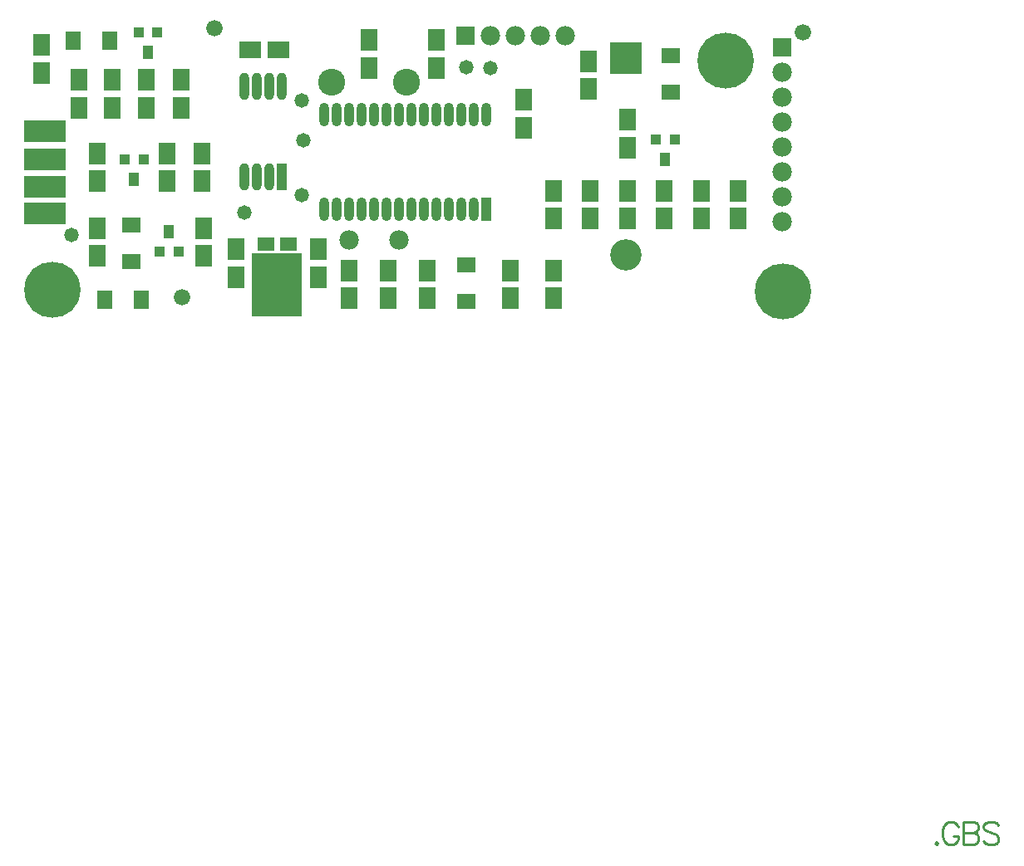
<source format=gbs>
%FSLAX23Y23*%
%MOIN*%
G70*
G01*
G75*
%ADD10C,0.010*%
%ADD11C,0.050*%
%ADD12R,0.157X0.079*%
%ADD13R,0.100X0.080*%
%ADD14C,0.012*%
%ADD15C,0.015*%
%ADD16C,0.008*%
%ADD17C,0.006*%
%ADD18C,0.009*%
%ADD19C,0.070*%
%ADD20R,0.070X0.070*%
%ADD21C,0.217*%
%ADD22C,0.217*%
%ADD23C,0.058*%
%ADD24C,0.100*%
%ADD25C,0.118*%
%ADD26R,0.118X0.118*%
%ADD27C,0.040*%
%ADD28R,0.083X0.060*%
%ADD29R,0.060X0.083*%
%ADD30R,0.157X0.079*%
%ADD31R,0.036X0.036*%
%ADD32R,0.036X0.050*%
%ADD33R,0.064X0.054*%
%ADD34R,0.060X0.083*%
%ADD35R,0.031X0.102*%
%ADD36O,0.031X0.102*%
%ADD37R,0.054X0.064*%
%ADD38O,0.031X0.087*%
%ADD39R,0.031X0.087*%
%ADD40R,0.197X0.244*%
%ADD41R,0.060X0.050*%
%ADD42C,0.016*%
%ADD43C,0.079*%
%ADD44C,0.010*%
%ADD45C,0.016*%
%ADD46C,0.039*%
%ADD47C,0.008*%
%ADD48R,0.591X0.354*%
%ADD49C,0.008*%
%ADD50C,0.003*%
%ADD51C,0.005*%
%ADD52R,0.165X0.087*%
%ADD53R,0.108X0.088*%
%ADD54C,0.078*%
%ADD55R,0.078X0.078*%
%ADD56C,0.225*%
%ADD57C,0.225*%
%ADD58C,0.066*%
%ADD59C,0.108*%
%ADD60C,0.126*%
%ADD61R,0.126X0.126*%
%ADD62R,0.091X0.068*%
%ADD63R,0.068X0.091*%
%ADD64R,0.165X0.087*%
%ADD65R,0.044X0.044*%
%ADD66R,0.044X0.058*%
%ADD67R,0.072X0.062*%
%ADD68R,0.068X0.091*%
%ADD69R,0.039X0.110*%
%ADD70O,0.039X0.110*%
%ADD71R,0.062X0.072*%
%ADD72O,0.039X0.095*%
%ADD73R,0.039X0.095*%
%ADD74R,0.205X0.252*%
%ADD75R,0.068X0.058*%
D18*
X11443Y5515D02*
X11438Y5511D01*
X11443Y5507D01*
X11447Y5511D01*
X11443Y5515D01*
X11531Y5575D02*
X11527Y5584D01*
X11518Y5593D01*
X11510Y5597D01*
X11492D01*
X11484Y5593D01*
X11475Y5584D01*
X11471Y5575D01*
X11467Y5563D01*
Y5541D01*
X11471Y5528D01*
X11475Y5520D01*
X11484Y5511D01*
X11492Y5507D01*
X11510D01*
X11518Y5511D01*
X11527Y5520D01*
X11531Y5528D01*
Y5541D01*
X11510D02*
X11531D01*
X11552Y5597D02*
Y5507D01*
Y5597D02*
X11590D01*
X11603Y5593D01*
X11607Y5588D01*
X11612Y5580D01*
Y5571D01*
X11607Y5563D01*
X11603Y5558D01*
X11590Y5554D01*
X11552D02*
X11590D01*
X11603Y5550D01*
X11607Y5545D01*
X11612Y5537D01*
Y5524D01*
X11607Y5515D01*
X11603Y5511D01*
X11590Y5507D01*
X11552D01*
X11692Y5584D02*
X11683Y5593D01*
X11670Y5597D01*
X11653D01*
X11640Y5593D01*
X11632Y5584D01*
Y5575D01*
X11636Y5567D01*
X11640Y5563D01*
X11649Y5558D01*
X11675Y5550D01*
X11683Y5545D01*
X11687Y5541D01*
X11692Y5533D01*
Y5520D01*
X11683Y5511D01*
X11670Y5507D01*
X11653D01*
X11640Y5511D01*
X11632Y5520D01*
D23*
X8898Y8112D02*
D03*
X7973Y7952D02*
D03*
X9558Y8627D02*
D03*
X9653Y8622D02*
D03*
X8668Y8042D02*
D03*
X8898Y8492D02*
D03*
X8903Y8332D02*
D03*
D54*
X9953Y8752D02*
D03*
X9853D02*
D03*
X9753D02*
D03*
X9653D02*
D03*
X10823Y8607D02*
D03*
Y8507D02*
D03*
Y8407D02*
D03*
Y8307D02*
D03*
Y8207D02*
D03*
Y8007D02*
D03*
Y8107D02*
D03*
X9288Y7932D02*
D03*
X9088D02*
D03*
D55*
X9553Y8752D02*
D03*
X10823Y8707D02*
D03*
D56*
X7898Y7732D02*
D03*
D57*
X10598Y8652D02*
D03*
X10828Y7727D02*
D03*
D58*
X8418Y7702D02*
D03*
X10908Y8767D02*
D03*
X8548Y8782D02*
D03*
D59*
X9318Y8567D02*
D03*
X9018D02*
D03*
D60*
X10198Y7874D02*
D03*
D61*
Y8662D02*
D03*
D62*
X8690Y8697D02*
D03*
X8803D02*
D03*
D63*
X10648Y8130D02*
D03*
X9400Y7810D02*
D03*
Y7698D02*
D03*
X10352Y8130D02*
D03*
Y8018D02*
D03*
X10648D02*
D03*
X9733Y7810D02*
D03*
Y7698D02*
D03*
X10203Y8304D02*
D03*
Y8416D02*
D03*
X10500Y8019D02*
D03*
Y8131D02*
D03*
X10048Y8538D02*
D03*
X9168Y8623D02*
D03*
X10056Y8131D02*
D03*
X7853Y8716D02*
D03*
Y8604D02*
D03*
X9168Y8735D02*
D03*
X9244Y7698D02*
D03*
Y7810D02*
D03*
X10048Y8650D02*
D03*
X9088Y7811D02*
D03*
Y7699D02*
D03*
X8633Y7783D02*
D03*
Y7895D02*
D03*
X8963Y7783D02*
D03*
Y7895D02*
D03*
X8138Y8464D02*
D03*
Y8576D02*
D03*
X9908Y8019D02*
D03*
Y8131D02*
D03*
X9438Y8624D02*
D03*
Y8736D02*
D03*
X8003Y8575D02*
D03*
Y8463D02*
D03*
X8078Y7980D02*
D03*
Y7868D02*
D03*
Y8280D02*
D03*
Y8168D02*
D03*
X8498Y8280D02*
D03*
Y8168D02*
D03*
X8273Y8575D02*
D03*
Y8463D02*
D03*
X8358Y8169D02*
D03*
Y8281D02*
D03*
X10056Y8019D02*
D03*
X10204Y8018D02*
D03*
X8413Y8576D02*
D03*
Y8464D02*
D03*
X9788Y8496D02*
D03*
Y8384D02*
D03*
X8503Y7868D02*
D03*
Y7980D02*
D03*
X9908Y7698D02*
D03*
Y7810D02*
D03*
D64*
X7868Y8368D02*
D03*
Y8257D02*
D03*
Y8147D02*
D03*
Y8039D02*
D03*
D65*
X10318Y8337D02*
D03*
X10393D02*
D03*
X8403Y7887D02*
D03*
X8328D02*
D03*
X8188Y8257D02*
D03*
X8263D02*
D03*
X8318Y8767D02*
D03*
X8243D02*
D03*
D66*
X10356Y8257D02*
D03*
X8365Y7967D02*
D03*
X8226Y8177D02*
D03*
X8281Y8687D02*
D03*
D67*
X10378Y8526D02*
D03*
X8213Y7993D02*
D03*
Y7847D02*
D03*
X10378Y8672D02*
D03*
X9558Y7686D02*
D03*
Y7832D02*
D03*
D68*
X10204Y8130D02*
D03*
D69*
X8818Y8187D02*
D03*
D70*
Y8549D02*
D03*
X8668Y8187D02*
D03*
X8718Y8549D02*
D03*
X8668D02*
D03*
X8768D02*
D03*
X8718Y8187D02*
D03*
X8768D02*
D03*
D71*
X7982Y8732D02*
D03*
X8128D02*
D03*
X8253Y7692D02*
D03*
X8107D02*
D03*
D72*
X9188Y8057D02*
D03*
X9538D02*
D03*
X9488D02*
D03*
X9438D02*
D03*
X9388D02*
D03*
X9338D02*
D03*
X9238D02*
D03*
X9138D02*
D03*
X9088D02*
D03*
X8988D02*
D03*
X9538Y8435D02*
D03*
X9388D02*
D03*
X9338D02*
D03*
X9288D02*
D03*
X9238D02*
D03*
X9138D02*
D03*
X9088D02*
D03*
X9488D02*
D03*
X9588Y8057D02*
D03*
Y8435D02*
D03*
X9638D02*
D03*
X9038Y8057D02*
D03*
X9438Y8435D02*
D03*
X8988D02*
D03*
X9038D02*
D03*
X9188D02*
D03*
X9288Y8057D02*
D03*
D73*
X9638D02*
D03*
D74*
X8798Y7752D02*
D03*
D75*
X8843Y7917D02*
D03*
X8753D02*
D03*
M02*

</source>
